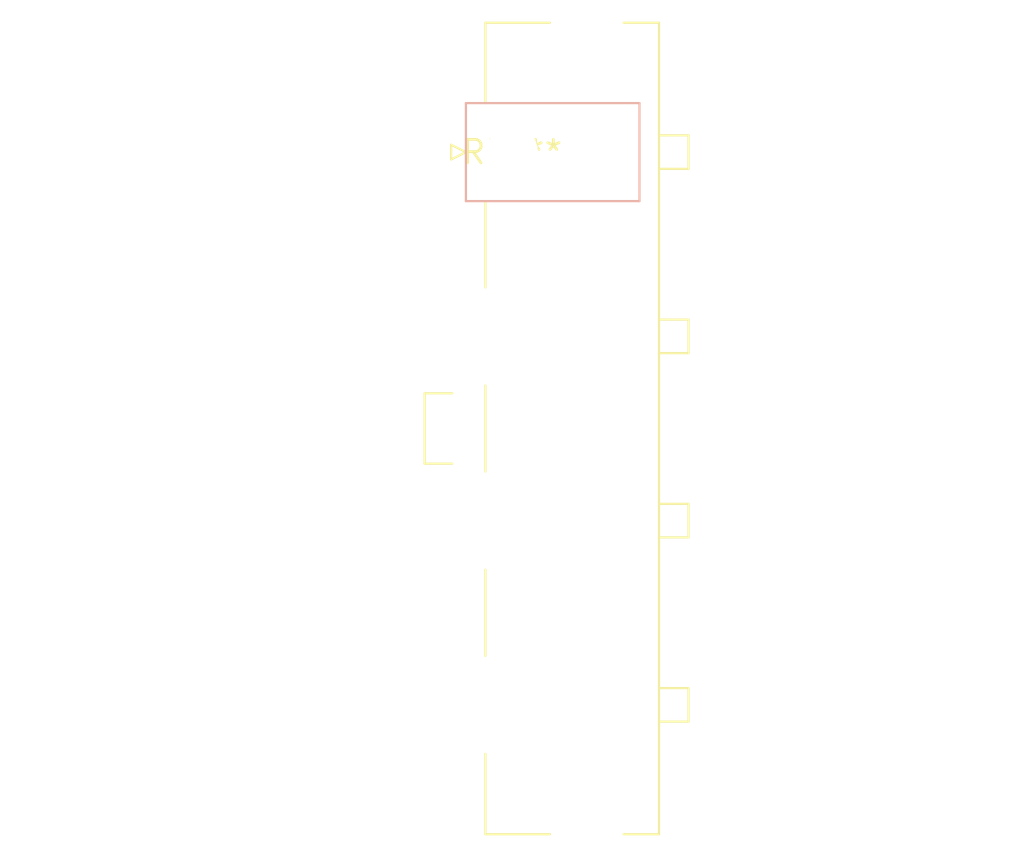
<source format=kicad_pcb>
(kicad_pcb (version 20240108) (generator pcbnew)
  (layers (0 "F.Cu" signal) (31 "B.Cu" signal) (34 "B.Paste" user) (35 "F.Paste" user) (36 "B.SilkS" user "B.Silkscreen") (37 "F.SilkS" user "F.Silkscreen") (38 "B.Mask" user) (39 "F.Mask" user) (44 "Edge.Cuts" user))
  (net 0 "")
  (footprint "Molex_Mini-Fit_Sr_42819-42XX_1x04_P10.00mm_Vertical" (layer "F.Cu") (at 0 0)
    (property "Reference" "REF**")
    (property "Value" "Molex_Mini-Fit_Sr_42819-42XX_1x04_P10.00mm_Vertical")
    (fp_line (start -2.51 -2.66) (end -2.51 2.66) (layer "B.SilkS") (stroke (width 0.12)))
    (fp_line (start -2.51 2.66) (end 6.91 2.66) (layer "B.SilkS") (stroke (width 0.12)))
    (fp_line (start 6.91 -2.66) (end -2.51 -2.66) (layer "B.SilkS") (stroke (width 0.12)))
    (fp_line (start 6.91 2.66) (end 6.91 -2.66) (layer "B.SilkS") (stroke (width 0.12)))
    (fp_line (start -4.75 13.09) (end -4.75 16.91) (layer "F.SilkS") (stroke (width 0.12)))
    (fp_line (start -4.75 16.91) (end -3.25 16.91) (layer "F.SilkS") (stroke (width 0.12)))
    (fp_line (start -3.31 -0.4) (end -3.31 0.4) (layer "F.SilkS") (stroke (width 0.12)))
    (fp_line (start -3.31 0.4) (end -2.51 0) (layer "F.SilkS") (stroke (width 0.12)))
    (fp_line (start -3.25 13.09) (end -4.75 13.09) (layer "F.SilkS") (stroke (width 0.12)))
    (fp_line (start -2.51 0) (end -3.31 -0.4) (layer "F.SilkS") (stroke (width 0.12)))
    (fp_line (start -1.45 -7.02) (end 2.05 -7.02) (layer "F.SilkS") (stroke (width 0.12)))
    (fp_line (start -1.45 -2.66) (end -1.45 -7.02) (layer "F.SilkS") (stroke (width 0.12)))
    (fp_line (start -1.45 2.66) (end -1.45 7.34) (layer "F.SilkS") (stroke (width 0.12)))
    (fp_line (start -1.45 12.66) (end -1.45 17.34) (layer "F.SilkS") (stroke (width 0.12)))
    (fp_line (start -1.45 22.66) (end -1.45 27.34) (layer "F.SilkS") (stroke (width 0.12)))
    (fp_line (start -1.45 32.66) (end -1.45 37.02) (layer "F.SilkS") (stroke (width 0.12)))
    (fp_line (start -1.45 37.02) (end 2.05 37.02) (layer "F.SilkS") (stroke (width 0.12)))
    (fp_line (start 6.05 -7.02) (end 7.97 -7.02) (layer "F.SilkS") (stroke (width 0.12)))
    (fp_line (start 6.05 37.02) (end 7.97 37.02) (layer "F.SilkS") (stroke (width 0.12)))
    (fp_line (start 7.97 -7.02) (end 7.97 15) (layer "F.SilkS") (stroke (width 0.12)))
    (fp_line (start 7.97 -0.91) (end 9.57 -0.91) (layer "F.SilkS") (stroke (width 0.12)))
    (fp_line (start 7.97 9.09) (end 9.57 9.09) (layer "F.SilkS") (stroke (width 0.12)))
    (fp_line (start 7.97 19.09) (end 9.57 19.09) (layer "F.SilkS") (stroke (width 0.12)))
    (fp_line (start 7.97 29.09) (end 9.57 29.09) (layer "F.SilkS") (stroke (width 0.12)))
    (fp_line (start 7.97 37.02) (end 7.97 15) (layer "F.SilkS") (stroke (width 0.12)))
    (fp_line (start 9.57 -0.91) (end 9.57 0.91) (layer "F.SilkS") (stroke (width 0.12)))
    (fp_line (start 9.57 0.91) (end 7.97 0.91) (layer "F.SilkS") (stroke (width 0.12)))
    (fp_line (start 9.57 9.09) (end 9.57 10.91) (layer "F.SilkS") (stroke (width 0.12)))
    (fp_line (start 9.57 10.91) (end 7.97 10.91) (layer "F.SilkS") (stroke (width 0.12)))
    (fp_line (start 9.57 19.09) (end 9.57 20.91) (layer "F.SilkS") (stroke (width 0.12)))
    (fp_line (start 9.57 20.91) (end 7.97 20.91) (layer "F.SilkS") (stroke (width 0.12)))
    (fp_line (start 9.57 29.09) (end 9.57 30.91) (layer "F.SilkS") (stroke (width 0.12)))
    (fp_line (start 9.57 30.91) (end 7.97 30.91) (layer "F.SilkS") (stroke (width 0.12)))
    (pad "" thru_hole circle (at 4.05 -5.73) (size 4 4) (drill 3) (layers *.Cu *.Mask) (remove_unused_layers))
    (pad "" thru_hole circle (at 4.05 35.73) (size 4 4) (drill 3) (layers *.Cu *.Mask) (remove_unused_layers))
    (pad "1" thru_hole rect (at 0 0) (size 4.5 4.8) (drill 2.8) (layers *.Cu *.Mask) (remove_unused_layers))
    (pad "1" thru_hole rect (at 4.4 0) (size 4.5 4.8) (drill 2.8) (layers *.Cu *.Mask) (remove_unused_layers))
    (pad "2" thru_hole rect (at 0 10) (size 4.5 4.8) (drill 2.8) (layers *.Cu *.Mask) (remove_unused_layers))
    (pad "2" thru_hole rect (at 4.4 10) (size 4.5 4.8) (drill 2.8) (layers *.Cu *.Mask) (remove_unused_layers))
    (pad "3" thru_hole rect (at 0 20) (size 4.5 4.8) (drill 2.8) (layers *.Cu *.Mask) (remove_unused_layers))
    (pad "3" thru_hole rect (at 4.4 20) (size 4.5 4.8) (drill 2.8) (layers *.Cu *.Mask) (remove_unused_layers))
    (pad "4" thru_hole rect (at 0 30) (size 4.5 4.8) (drill 2.8) (layers *.Cu *.Mask) (remove_unused_layers))
    (pad "4" thru_hole rect (at 4.4 30) (size 4.5 4.8) (drill 2.8) (layers *.Cu *.Mask) (remove_unused_layers))
  )
)
</source>
